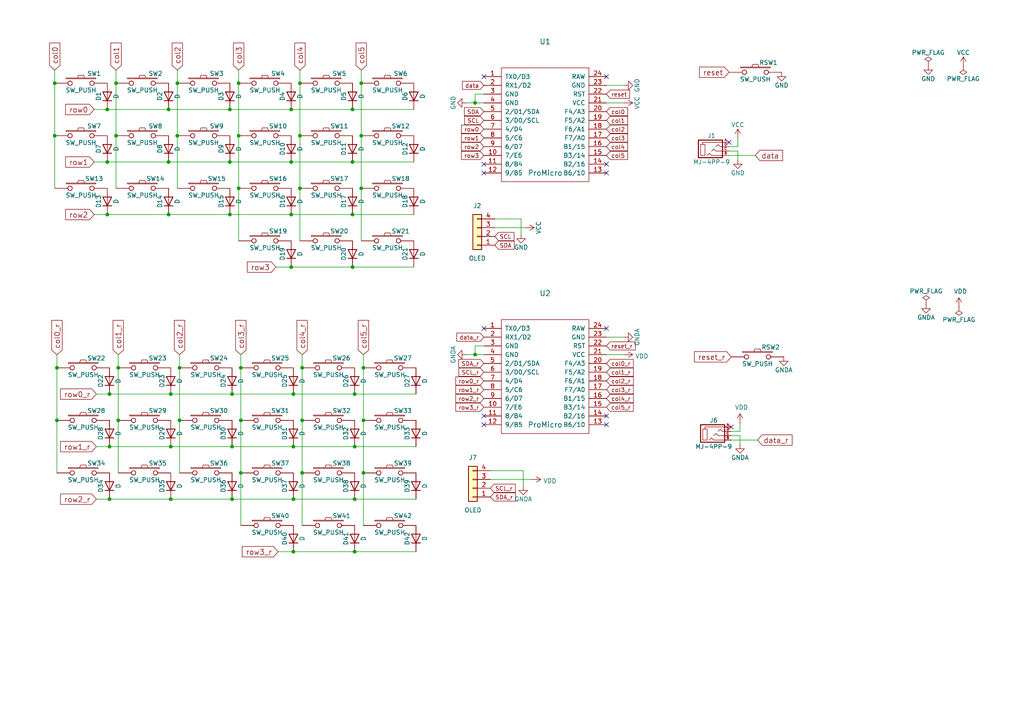
<source format=kicad_sch>
(kicad_sch (version 20230121) (generator eeschema)
  (paper "A4")
  (title_block (title "Corne Light") (date "2020-10-13") (rev "2.0") (company "foostan"))
  (lib_symbols
    (symbol "Connector_Generic:Conn_01x04" (pin_names (offset 1.016) hide)
      (property "Reference" "J" (at 0 5.08 0))
      (property "Value" "Conn_01x04" (at 0 -7.62 0))
      (symbol "Conn_01x04_1_1"
        (rectangle (start -1.27 -4.953) (end 0 -5.207) (stroke (width 0.1524)))
        (rectangle (start -1.27 -2.413) (end 0 -2.667) (stroke (width 0.1524)))
        (rectangle (start -1.27 0.127) (end 0 -0.127) (stroke (width 0.1524)))
        (rectangle (start -1.27 2.667) (end 0 2.413) (stroke (width 0.1524)))
        (rectangle (start -1.27 3.81) (end 1.27 -6.35) (stroke (width 0.254)) (fill (type background)))
        (pin passive line (at -5.08 2.54 0) (length 3.81) (name "Pin_1") (number "1"))
        (pin passive line (at -5.08 0 0) (length 3.81) (name "Pin_2") (number "2"))
        (pin passive line (at -5.08 -2.54 0) (length 3.81) (name "Pin_3") (number "3"))
        (pin passive line (at -5.08 -5.08 0) (length 3.81) (name "Pin_4") (number "4"))
      )
    )
    (symbol "Device:D" (pin_numbers hide) (pin_names (offset 1.016) hide)
      (property "Reference" "D" (at 0 2.54 0))
      (property "Value" "D" (at 0 -2.54 0))
      (symbol "D_0_1"
        (polyline (pts (xy -1.27 1.27) (xy -1.27 -1.27)) (stroke (width 0.254)))
        (polyline (pts (xy 1.27 0) (xy -1.27 0)))
        (polyline (pts (xy 1.27 1.27) (xy 1.27 -1.27) (xy -1.27 0) (xy 1.27 1.27)) (stroke (width 0.254)))
      )
      (symbol "D_1_1"
        (pin passive line (at -3.81 0 0) (length 2.54) (name "K") (number "1"))
        (pin passive line (at 3.81 0 180) (length 2.54) (name "A") (number "2"))
      )
    )
    (symbol "corne-light-rescue:MJ-4PP-9-kbd" (pin_names (offset 1.016))
      (property "Reference" "J" (at 0 3.81 0))
      (property "Value" "kbd_MJ-4PP-9" (at 0 -3.81 0))
      (symbol "MJ-4PP-9-kbd_0_1"
        (rectangle (start -1.905 -1.905) (end -3.175 1.27))
        (polyline (pts (xy -2.54 1.27) (xy -2.54 1.905) (xy 3.175 1.905)))
        (polyline (pts (xy -1.27 -1.905) (xy -0.635 -1.27) (xy 0 -1.905) (xy 3.175 -1.905)))
        (polyline (pts (xy 0 -0.635) (xy 0.635 0) (xy 1.27 -0.635) (xy 3.175 -0.635)))
        (polyline (pts (xy 1.27 0.635) (xy 1.905 1.27) (xy 2.54 0.635) (xy 3.175 0.635)))
        (rectangle (start 3.175 2.54) (end -3.81 -2.54) (stroke (width 0.3048)))
      )
      (symbol "MJ-4PP-9-kbd_1_1"
        (pin input line (at 5.08 1.905 180) (length 2.0066) (name "~") (number "A"))
        (pin input line (at 5.08 -1.905 180) (length 2.0066) (name "~") (number "B"))
        (pin input line (at 5.08 -0.635 180) (length 2.0066) (name "~") (number "C"))
        (pin input line (at 5.08 0.635 180) (length 2.0066) (name "~") (number "D"))
      )
    )
    (symbol "corne-light-rescue:ProMicro-kbd" (pin_names (offset 1.016))
      (property "Reference" "U" (at 0 19.05 0))
      (property "Value" "kbd_ProMicro" (at 0 -19.05 0))
      (symbol "ProMicro-kbd_0_1"
        (rectangle (start -12.7 16.51) (end 12.7 -16.51))
      )
      (symbol "ProMicro-kbd_1_1"
        (pin bidirectional line (at -17.78 13.97 0) (length 5.08) (name "TX0/D3") (number "1"))
        (pin bidirectional line (at -17.78 -8.89 0) (length 5.08) (name "7/E6") (number "10"))
        (pin bidirectional line (at -17.78 -11.43 0) (length 5.08) (name "8/B4") (number "11"))
        (pin bidirectional line (at -17.78 -13.97 0) (length 5.08) (name "9/B5") (number "12"))
        (pin bidirectional line (at 17.78 -13.97 180) (length 5.08) (name "B6/10") (number "13"))
        (pin bidirectional line (at 17.78 -11.43 180) (length 5.08) (name "B2/16") (number "14"))
        (pin bidirectional line (at 17.78 -8.89 180) (length 5.08) (name "B3/14") (number "15"))
        (pin bidirectional line (at 17.78 -6.35 180) (length 5.08) (name "B1/15") (number "16"))
        (pin bidirectional line (at 17.78 -3.81 180) (length 5.08) (name "F7/A0") (number "17"))
        (pin bidirectional line (at 17.78 -1.27 180) (length 5.08) (name "F6/A1") (number "18"))
        (pin bidirectional line (at 17.78 1.27 180) (length 5.08) (name "F5/A2") (number "19"))
        (pin bidirectional line (at -17.78 11.43 0) (length 5.08) (name "RX1/D2") (number "2"))
        (pin bidirectional line (at 17.78 3.81 180) (length 5.08) (name "F4/A3") (number "20"))
        (pin power_in line (at 17.78 6.35 180) (length 5.08) (name "VCC") (number "21"))
        (pin input line (at 17.78 8.89 180) (length 5.08) (name "RST") (number "22"))
        (pin power_in line (at 17.78 11.43 180) (length 5.08) (name "GND") (number "23"))
        (pin power_out line (at 17.78 13.97 180) (length 5.08) (name "RAW") (number "24"))
        (pin power_in line (at -17.78 8.89 0) (length 5.08) (name "GND") (number "3"))
        (pin power_in line (at -17.78 6.35 0) (length 5.08) (name "GND") (number "4"))
        (pin bidirectional line (at -17.78 3.81 0) (length 5.08) (name "2/D1/SDA") (number "5"))
        (pin bidirectional line (at -17.78 1.27 0) (length 5.08) (name "3/D0/SCL") (number "6"))
        (pin bidirectional line (at -17.78 -1.27 0) (length 5.08) (name "4/D4") (number "7"))
        (pin bidirectional line (at -17.78 -3.81 0) (length 5.08) (name "5/C6") (number "8"))
        (pin bidirectional line (at -17.78 -6.35 0) (length 5.08) (name "6/D7") (number "9"))
      )
    )
    (symbol "corne-light-rescue:SW_PUSH-kbd" (pin_numbers hide) (pin_names (offset 1.016) hide)
      (property "Reference" "SW" (at 3.81 2.794 0))
      (property "Value" "kbd_SW_PUSH" (at 0 -2.032 0))
      (symbol "SW_PUSH-kbd_0_1"
        (rectangle (start -4.318 1.27) (end 4.318 1.524))
        (polyline (pts (xy -1.016 1.524) (xy -0.762 2.286) (xy 0.762 2.286) (xy 1.016 1.524)))
        (pin passive inverted (at -7.62 0 0) (length 5.08) (name "1") (number "1"))
        (pin passive inverted (at 7.62 0 180) (length 5.08) (name "2") (number "2"))
      )
    )
    (symbol "power:GND" (power) (pin_names (offset 0))
      (property "Value" "GND" (at 0 -3.81 0))
      (symbol "GND_0_1"
        (polyline (pts (xy 0 0) (xy 0 -1.27) (xy 1.27 -1.27) (xy 0 -2.54) (xy -1.27 -1.27) (xy 0 -1.27)))
      )
      (symbol "GND_1_1"
        (pin power_in line (at 0 0 270) (length 0) hide (name "GND") (number "1"))
      )
    )
    (symbol "power:GNDA" (power) (pin_names (offset 0))
      (property "Value" "GNDA" (at 0 -3.81 0))
      (symbol "GNDA_0_1"
        (polyline (pts (xy 0 0) (xy 0 -1.27) (xy 1.27 -1.27) (xy 0 -2.54) (xy -1.27 -1.27) (xy 0 -1.27)))
      )
      (symbol "GNDA_1_1"
        (pin power_in line (at 0 0 270) (length 0) hide (name "GNDA") (number "1"))
      )
    )
    (symbol "power:PWR_FLAG" (power) (pin_numbers hide) (pin_names (offset 0) hide)
      (property "Value" "PWR_FLAG" (at 0 3.81 0))
      (symbol "PWR_FLAG_0_0"
        (pin power_out line (at 0 0 90) (length 0) (name "pwr") (number "1"))
      )
      (symbol "PWR_FLAG_0_1"
        (polyline (pts (xy 0 0) (xy 0 1.27) (xy -1.016 1.905) (xy 0 2.54) (xy 1.016 1.905) (xy 0 1.27)))
      )
    )
    (symbol "power:VCC" (power) (pin_names (offset 0))
      (property "Value" "VCC" (at 0 3.81 0))
      (symbol "VCC_0_1"
        (polyline (pts (xy -0.762 1.27) (xy 0 2.54)))
        (polyline (pts (xy 0 0) (xy 0 2.54)))
        (polyline (pts (xy 0 2.54) (xy 0.762 1.27)))
      )
      (symbol "VCC_1_1"
        (pin power_in line (at 0 0 90) (length 0) hide (name "VCC") (number "1"))
      )
    )
    (symbol "power:VDD" (power) (pin_names (offset 0))
      (property "Value" "VDD" (at 0 3.81 0))
      (symbol "VDD_0_1"
        (polyline (pts (xy -0.762 1.27) (xy 0 2.54)))
        (polyline (pts (xy 0 0) (xy 0 2.54)))
        (polyline (pts (xy 0 2.54) (xy 0.762 1.27)))
      )
      (symbol "VDD_1_1"
        (pin power_in line (at 0 0 90) (length 0) hide (name "VDD") (number "1"))
      )
    )
  )
  (junction (at 102.235 77.47))
  (junction (at 67.31 144.78))
  (junction (at 31.115 46.99))
  (junction (at 69.215 54.61))
  (junction (at 31.75 129.54))
  (junction (at 69.85 106.68))
  (junction (at 85.09 114.3))
  (junction (at 102.235 46.99))
  (junction (at 105.41 137.16))
  (junction (at 102.87 129.54))
  (junction (at 34.29 106.68))
  (junction (at 51.435 39.37))
  (junction (at 31.75 144.78))
  (junction (at 86.995 39.37))
  (junction (at 85.09 144.78))
  (junction (at 31.115 31.75))
  (junction (at 86.995 54.61))
  (junction (at 51.435 24.13))
  (junction (at 104.775 39.37))
  (junction (at 48.895 62.23))
  (junction (at 84.455 62.23))
  (junction (at 16.51 106.68))
  (junction (at 69.85 137.16))
  (junction (at 48.895 31.75))
  (junction (at 16.51 121.92))
  (junction (at 102.87 160.02))
  (junction (at 33.655 39.37))
  (junction (at 69.215 24.13))
  (junction (at 84.455 77.47))
  (junction (at 52.07 106.68))
  (junction (at 102.87 114.3))
  (junction (at 69.215 39.37))
  (junction (at 15.875 24.13))
  (junction (at 87.63 137.16))
  (junction (at 85.09 160.02))
  (junction (at 105.41 106.68))
  (junction (at 49.53 129.54))
  (junction (at 87.63 121.92))
  (junction (at 34.29 121.92))
  (junction (at 66.675 31.75))
  (junction (at 84.455 46.99))
  (junction (at 102.87 144.78))
  (junction (at 87.63 106.68))
  (junction (at 69.85 121.92))
  (junction (at 31.75 114.3))
  (junction (at 67.31 114.3))
  (junction (at 52.07 121.92))
  (junction (at 86.995 24.13))
  (junction (at 102.235 62.23))
  (junction (at 85.09 129.54))
  (junction (at 105.41 121.92))
  (junction (at 104.775 24.13))
  (junction (at 137.795 102.87))
  (junction (at 67.31 129.54))
  (junction (at 66.675 46.99))
  (junction (at 31.115 62.23))
  (junction (at 137.795 29.845))
  (junction (at 33.655 24.13))
  (junction (at 49.53 114.3))
  (junction (at 15.875 39.37))
  (junction (at 84.455 31.75))
  (junction (at 66.675 62.23))
  (junction (at 102.235 31.75))
  (junction (at 48.895 46.99))
  (junction (at 49.53 144.78))
  (junction (at 104.775 54.61))
  (no_connect (at 140.335 50.165))
  (no_connect (at 140.335 47.625))
  (no_connect (at 211.455 41.275))
  (no_connect (at 175.895 47.625))
  (no_connect (at 175.895 50.165))
  (no_connect (at 175.895 95.25))
  (no_connect (at 175.895 22.225))
  (no_connect (at 140.335 120.65))
  (no_connect (at 212.09 123.825))
  (no_connect (at 140.335 123.19))
  (no_connect (at 140.335 22.225))
  (no_connect (at 175.895 120.65))
  (no_connect (at 140.335 95.25))
  (no_connect (at 6.35 -20.955))
  (no_connect (at 175.895 123.19))
  (wire (pts (xy 16.51 121.92) (xy 16.51 137.16)))
  (wire (pts (xy 214.63 126.365) (xy 214.63 128.905)))
  (wire (pts (xy 31.115 31.75) (xy 48.895 31.75)))
  (wire (pts (xy 31.75 144.78) (xy 49.53 144.78)))
  (wire (pts (xy 33.655 24.13) (xy 33.655 39.37)))
  (wire (pts (xy 211.455 42.545) (xy 213.995 42.545)))
  (wire (pts (xy 86.995 20.32) (xy 86.995 24.13)))
  (wire (pts (xy 151.13 63.5) (xy 143.51 63.5)))
  (wire (pts (xy 15.875 24.13) (xy 15.875 39.37)))
  (wire (pts (xy 69.85 121.92) (xy 69.85 137.16)))
  (wire (pts (xy 34.29 106.68) (xy 34.29 121.92)))
  (wire (pts (xy 175.895 29.845) (xy 180.975 29.845)))
  (wire (pts (xy 51.435 39.37) (xy 51.435 54.61)))
  (wire (pts (xy 31.75 114.3) (xy 49.53 114.3)))
  (wire (pts (xy 135.255 102.87) (xy 137.795 102.87)))
  (wire (pts (xy 102.87 160.02) (xy 120.65 160.02)))
  (wire (pts (xy 48.895 46.99) (xy 66.675 46.99)))
  (wire (pts (xy 66.675 46.99) (xy 84.455 46.99)))
  (wire (pts (xy 85.09 144.78) (xy 102.87 144.78)))
  (wire (pts (xy 175.895 24.765) (xy 180.975 24.765)))
  (wire (pts (xy 69.215 24.13) (xy 69.215 39.37)))
  (wire (pts (xy 87.63 106.68) (xy 87.63 121.92)))
  (wire (pts (xy 84.455 31.75) (xy 102.235 31.75)))
  (wire (pts (xy 34.29 121.92) (xy 34.29 137.16)))
  (wire (pts (xy 69.215 20.32) (xy 69.215 24.13)))
  (wire (pts (xy 135.255 29.845) (xy 137.795 29.845)))
  (wire (pts (xy 102.235 62.23) (xy 120.015 62.23)))
  (wire (pts (xy 213.995 42.545) (xy 213.995 40.005)))
  (wire (pts (xy 51.435 24.13) (xy 51.435 39.37)))
  (wire (pts (xy 105.41 106.68) (xy 105.41 121.92)))
  (wire (pts (xy 102.235 46.99) (xy 120.015 46.99)))
  (wire (pts (xy 85.09 129.54) (xy 102.87 129.54)))
  (wire (pts (xy 27.94 129.54) (xy 31.75 129.54)))
  (wire (pts (xy 16.51 102.87) (xy 16.51 106.68)))
  (wire (pts (xy 84.455 46.99) (xy 102.235 46.99)))
  (wire (pts (xy 87.63 121.92) (xy 87.63 137.16)))
  (wire (pts (xy 175.895 97.79) (xy 180.975 97.79)))
  (wire (pts (xy 52.07 106.68) (xy 52.07 121.92)))
  (wire (pts (xy 86.995 24.13) (xy 86.995 39.37)))
  (wire (pts (xy 104.775 39.37) (xy 104.775 54.61)))
  (wire (pts (xy 151.765 136.525) (xy 151.765 140.97)))
  (wire (pts (xy 85.09 160.02) (xy 102.87 160.02)))
  (wire (pts (xy 140.335 100.33) (xy 137.795 100.33)))
  (wire (pts (xy 52.07 121.92) (xy 52.07 137.16)))
  (wire (pts (xy 151.13 67.945) (xy 151.13 63.5)))
  (wire (pts (xy 69.215 39.37) (xy 69.215 54.61)))
  (wire (pts (xy 102.87 114.3) (xy 120.65 114.3)))
  (wire (pts (xy 31.115 62.23) (xy 48.895 62.23)))
  (wire (pts (xy 104.775 20.32) (xy 104.775 24.13)))
  (wire (pts (xy 102.235 77.47) (xy 120.015 77.47)))
  (wire (pts (xy 27.94 114.3) (xy 31.75 114.3)))
  (wire (pts (xy 69.85 102.87) (xy 69.85 106.68)))
  (wire (pts (xy 34.29 102.87) (xy 34.29 106.68)))
  (wire (pts (xy 69.85 137.16) (xy 69.85 152.4)))
  (wire (pts (xy 16.51 106.68) (xy 16.51 121.92)))
  (wire (pts (xy 86.995 54.61) (xy 86.995 69.85)))
  (wire (pts (xy 214.63 125.095) (xy 214.63 122.555)))
  (wire (pts (xy 51.435 20.32) (xy 51.435 24.13)))
  (wire (pts (xy 80.645 160.02) (xy 85.09 160.02)))
  (wire (pts (xy 212.09 126.365) (xy 214.63 126.365)))
  (wire (pts (xy 102.87 144.78) (xy 120.65 144.78)))
  (wire (pts (xy 213.995 43.815) (xy 213.995 46.355)))
  (wire (pts (xy 85.09 114.3) (xy 102.87 114.3)))
  (wire (pts (xy 102.235 31.75) (xy 120.015 31.75)))
  (wire (pts (xy 137.795 29.845) (xy 140.335 29.845)))
  (wire (pts (xy 52.07 102.87) (xy 52.07 106.68)))
  (wire (pts (xy 15.875 39.37) (xy 15.875 54.61)))
  (wire (pts (xy 175.895 102.87) (xy 180.975 102.87)))
  (wire (pts (xy 27.94 144.78) (xy 31.75 144.78)))
  (wire (pts (xy 104.775 54.61) (xy 104.775 69.85)))
  (wire (pts (xy 84.455 62.23) (xy 102.235 62.23)))
  (wire (pts (xy 104.775 24.13) (xy 104.775 39.37)))
  (wire (pts (xy 67.31 114.3) (xy 85.09 114.3)))
  (wire (pts (xy 105.41 102.87) (xy 105.41 106.68)))
  (wire (pts (xy 143.51 66.04) (xy 152.4 66.04)))
  (wire (pts (xy 102.87 129.54) (xy 120.65 129.54)))
  (wire (pts (xy 211.455 45.085) (xy 219.075 45.085)))
  (wire (pts (xy 27.305 31.75) (xy 31.115 31.75)))
  (wire (pts (xy 69.85 106.68) (xy 69.85 121.92)))
  (wire (pts (xy 49.53 144.78) (xy 67.31 144.78)))
  (wire (pts (xy 67.31 129.54) (xy 85.09 129.54)))
  (wire (pts (xy 212.09 125.095) (xy 214.63 125.095)))
  (wire (pts (xy 31.115 46.99) (xy 48.895 46.99)))
  (wire (pts (xy 137.795 100.33) (xy 137.795 102.87)))
  (wire (pts (xy 66.675 62.23) (xy 84.455 62.23)))
  (wire (pts (xy 49.53 129.54) (xy 67.31 129.54)))
  (wire (pts (xy 137.795 27.305) (xy 137.795 29.845)))
  (wire (pts (xy 140.335 27.305) (xy 137.795 27.305)))
  (wire (pts (xy 84.455 77.47) (xy 102.235 77.47)))
  (wire (pts (xy 48.895 31.75) (xy 66.675 31.75)))
  (wire (pts (xy 137.795 102.87) (xy 140.335 102.87)))
  (wire (pts (xy 33.655 39.37) (xy 33.655 54.61)))
  (wire (pts (xy 69.215 54.61) (xy 69.215 69.85)))
  (wire (pts (xy 86.995 39.37) (xy 86.995 54.61)))
  (wire (pts (xy 142.24 136.525) (xy 151.765 136.525)))
  (wire (pts (xy 33.655 20.32) (xy 33.655 24.13)))
  (wire (pts (xy 49.53 114.3) (xy 67.31 114.3)))
  (wire (pts (xy 48.895 62.23) (xy 66.675 62.23)))
  (wire (pts (xy 212.09 127.635) (xy 219.71 127.635)))
  (wire (pts (xy 27.305 46.99) (xy 31.115 46.99)))
  (wire (pts (xy 105.41 121.92) (xy 105.41 137.16)))
  (wire (pts (xy 105.41 137.16) (xy 105.41 152.4)))
  (wire (pts (xy 142.24 139.065) (xy 154.305 139.065)))
  (wire (pts (xy 87.63 102.87) (xy 87.63 106.68)))
  (wire (pts (xy 31.75 129.54) (xy 49.53 129.54)))
  (wire (pts (xy 87.63 137.16) (xy 87.63 152.4)))
  (wire (pts (xy 15.875 20.32) (xy 15.875 24.13)))
  (wire (pts (xy 66.675 31.75) (xy 84.455 31.75)))
  (wire (pts (xy 211.455 43.815) (xy 213.995 43.815)))
  (wire (pts (xy 27.305 62.23) (xy 31.115 62.23)))
  (wire (pts (xy 80.01 77.47) (xy 84.455 77.47)))
  (wire (pts (xy 67.31 144.78) (xy 85.09 144.78)))
  (global_label "col4_r" (shape input) (at 175.895 115.57 0) (effects (font (size 1.1938 1.1938))) (property "Intersheetrefs" "${INTERSHEET_REFS}" (effects hide)))
  (global_label "col2_r" (shape input) (at 175.895 110.49 0) (effects (font (size 1.1938 1.1938))) (property "Intersheetrefs" "${INTERSHEET_REFS}" (effects hide)))
  (global_label "col3" (shape input) (at 175.895 40.005 0) (effects (font (size 1.1938 1.1938))) (property "Intersheetrefs" "${INTERSHEET_REFS}" (effects hide)))
  (global_label "row1_r" (shape input) (at 140.335 113.03 180) (effects (font (size 1.1938 1.1938))) (property "Intersheetrefs" "${INTERSHEET_REFS}" (effects hide)))
  (global_label "col2" (shape input) (at 51.435 20.32 90) (effects (font (size 1.524 1.524))) (property "Intersheetrefs" "${INTERSHEET_REFS}" (effects hide)))
  (global_label "col0" (shape input) (at 175.895 32.385 0) (effects (font (size 1.1938 1.1938))) (property "Intersheetrefs" "${INTERSHEET_REFS}" (effects hide)))
  (global_label "SCL" (shape input) (at 140.335 34.925 180) (effects (font (size 1.1938 1.1938))) (property "Intersheetrefs" "${INTERSHEET_REFS}" (effects hide)))
  (global_label "data_r" (shape input) (at 219.71 127.635 0) (effects (font (size 1.524 1.524))) (property "Intersheetrefs" "${INTERSHEET_REFS}" (effects hide)))
  (global_label "col5_r" (shape input) (at 175.895 118.11 0) (effects (font (size 1.1938 1.1938))) (property "Intersheetrefs" "${INTERSHEET_REFS}" (effects hide)))
  (global_label "col5" (shape input) (at 104.775 20.32 90) (effects (font (size 1.524 1.524))) (property "Intersheetrefs" "${INTERSHEET_REFS}" (effects hide)))
  (global_label "row3" (shape input) (at 80.01 77.47 180) (effects (font (size 1.524 1.524))) (property "Intersheetrefs" "${INTERSHEET_REFS}" (effects hide)))
  (global_label "col2_r" (shape input) (at 52.07 102.87 90) (effects (font (size 1.524 1.524))) (property "Intersheetrefs" "${INTERSHEET_REFS}" (effects hide)))
  (global_label "col4" (shape input) (at 175.895 42.545 0) (effects (font (size 1.1938 1.1938))) (property "Intersheetrefs" "${INTERSHEET_REFS}" (effects hide)))
  (global_label "col4" (shape input) (at 86.995 20.32 90) (effects (font (size 1.524 1.524))) (property "Intersheetrefs" "${INTERSHEET_REFS}" (effects hide)))
  (global_label "col1" (shape input) (at 175.895 34.925 0) (effects (font (size 1.1938 1.1938))) (property "Intersheetrefs" "${INTERSHEET_REFS}" (effects hide)))
  (global_label "col1_r" (shape input) (at 175.895 107.95 0) (effects (font (size 1.1938 1.1938))) (property "Intersheetrefs" "${INTERSHEET_REFS}" (effects hide)))
  (global_label "reset_r" (shape input) (at 212.09 103.505 180) (effects (font (size 1.524 1.524))) (property "Intersheetrefs" "${INTERSHEET_REFS}" (effects hide)))
  (global_label "reset_r" (shape input) (at 175.895 100.33 0) (effects (font (size 1.1938 1.1938))) (property "Intersheetrefs" "${INTERSHEET_REFS}" (effects hide)))
  (global_label "col5_r" (shape input) (at 105.41 102.87 90) (effects (font (size 1.524 1.524))) (property "Intersheetrefs" "${INTERSHEET_REFS}" (effects hide)))
  (global_label "col3_r" (shape input) (at 175.895 113.03 0) (effects (font (size 1.1938 1.1938))) (property "Intersheetrefs" "${INTERSHEET_REFS}" (effects hide)))
  (global_label "data" (shape input) (at 140.335 24.765 180) (effects (font (size 1.1938 1.1938))) (property "Intersheetrefs" "${INTERSHEET_REFS}" (effects hide)))
  (global_label "col4_r" (shape input) (at 87.63 102.87 90) (effects (font (size 1.524 1.524))) (property "Intersheetrefs" "${INTERSHEET_REFS}" (effects hide)))
  (global_label "col1_r" (shape input) (at 34.29 102.87 90) (effects (font (size 1.524 1.524))) (property "Intersheetrefs" "${INTERSHEET_REFS}" (effects hide)))
  (global_label "data" (shape input) (at 219.075 45.085 0) (effects (font (size 1.524 1.524))) (property "Intersheetrefs" "${INTERSHEET_REFS}" (effects hide)))
  (global_label "SDA_r" (shape input) (at 140.335 105.41 180) (effects (font (size 1.1938 1.1938))) (property "Intersheetrefs" "${INTERSHEET_REFS}" (effects hide)))
  (global_label "col0" (shape input) (at 15.875 20.32 90) (effects (font (size 1.524 1.524))) (property "Intersheetrefs" "${INTERSHEET_REFS}" (effects hide)))
  (global_label "row2_r" (shape input) (at 140.335 115.57 180) (effects (font (size 1.1938 1.1938))) (property "Intersheetrefs" "${INTERSHEET_REFS}" (effects hide)))
  (global_label "row0_r" (shape input) (at 27.94 114.3 180) (effects (font (size 1.524 1.524))) (property "Intersheetrefs" "${INTERSHEET_REFS}" (effects hide)))
  (global_label "row0" (shape input) (at 27.305 31.75 180) (effects (font (size 1.524 1.524))) (property "Intersheetrefs" "${INTERSHEET_REFS}" (effects hide)))
  (global_label "col3_r" (shape input) (at 69.85 102.87 90) (effects (font (size 1.524 1.524))) (property "Intersheetrefs" "${INTERSHEET_REFS}" (effects hide)))
  (global_label "data_r" (shape input) (at 140.335 97.79 180) (effects (font (size 1.1938 1.1938))) (property "Intersheetrefs" "${INTERSHEET_REFS}" (effects hide)))
  (global_label "row3" (shape input) (at 140.335 45.085 180) (effects (font (size 1.1938 1.1938))) (property "Intersheetrefs" "${INTERSHEET_REFS}" (effects hide)))
  (global_label "col2" (shape input) (at 175.895 37.465 0) (effects (font (size 1.1938 1.1938))) (property "Intersheetrefs" "${INTERSHEET_REFS}" (effects hide)))
  (global_label "row1" (shape input) (at 140.335 40.005 180) (effects (font (size 1.1938 1.1938))) (property "Intersheetrefs" "${INTERSHEET_REFS}" (effects hide)))
  (global_label "col1" (shape input) (at 33.655 20.32 90) (effects (font (size 1.524 1.524))) (property "Intersheetrefs" "${INTERSHEET_REFS}" (effects hide)))
  (global_label "col0_r" (shape input) (at 175.895 105.41 0) (effects (font (size 1.1938 1.1938))) (property "Intersheetrefs" "${INTERSHEET_REFS}" (effects hide)))
  (global_label "reset" (shape input) (at 175.895 27.305 0) (effects (font (size 1.1938 1.1938))) (property "Intersheetrefs" "${INTERSHEET_REFS}" (effects hide)))
  (global_label "SCL_r" (shape input) (at 140.335 107.95 180) (effects (font (size 1.1938 1.1938))) (property "Intersheetrefs" "${INTERSHEET_REFS}" (effects hide)))
  (global_label "row0" (shape input) (at 140.335 37.465 180) (effects (font (size 1.1938 1.1938))) (property "Intersheetrefs" "${INTERSHEET_REFS}" (effects hide)))
  (global_label "SDA_r" (shape input) (at 142.24 144.145 0) (effects (font (size 1.1938 1.1938))) (property "Intersheetrefs" "${INTERSHEET_REFS}" (effects hide)))
  (global_label "SCL_r" (shape input) (at 142.24 141.605 0) (effects (font (size 1.1938 1.1938))) (property "Intersheetrefs" "${INTERSHEET_REFS}" (effects hide)))
  (global_label "row3_r" (shape input) (at 140.335 118.11 180) (effects (font (size 1.1938 1.1938))) (property "Intersheetrefs" "${INTERSHEET_REFS}" (effects hide)))
  (global_label "row1_r" (shape input) (at 27.94 129.54 180) (effects (font (size 1.524 1.524))) (property "Intersheetrefs" "${INTERSHEET_REFS}" (effects hide)))
  (global_label "SDA" (shape input) (at 143.51 71.12 0) (effects (font (size 1.1938 1.1938))) (property "Intersheetrefs" "${INTERSHEET_REFS}" (effects hide)))
  (global_label "row3_r" (shape input) (at 80.645 160.02 180) (effects (font (size 1.524 1.524))) (property "Intersheetrefs" "${INTERSHEET_REFS}" (effects hide)))
  (global_label "row2" (shape input) (at 140.335 42.545 180) (effects (font (size 1.1938 1.1938))) (property "Intersheetrefs" "${INTERSHEET_REFS}" (effects hide)))
  (global_label "row0_r" (shape input) (at 140.335 110.49 180) (effects (font (size 1.1938 1.1938))) (property "Intersheetrefs" "${INTERSHEET_REFS}" (effects hide)))
  (global_label "col5" (shape input) (at 175.895 45.085 0) (effects (font (size 1.1938 1.1938))) (property "Intersheetrefs" "${INTERSHEET_REFS}" (effects hide)))
  (global_label "row2" (shape input) (at 27.305 62.23 180) (effects (font (size 1.524 1.524))) (property "Intersheetrefs" "${INTERSHEET_REFS}" (effects hide)))
  (global_label "SDA" (shape input) (at 140.335 32.385 180) (effects (font (size 1.1938 1.1938))) (property "Intersheetrefs" "${INTERSHEET_REFS}" (effects hide)))
  (global_label "SCL" (shape input) (at 143.51 68.58 0) (effects (font (size 1.1938 1.1938))) (property "Intersheetrefs" "${INTERSHEET_REFS}" (effects hide)))
  (global_label "row1" (shape input) (at 27.305 46.99 180) (effects (font (size 1.524 1.524))) (property "Intersheetrefs" "${INTERSHEET_REFS}" (effects hide)))
  (global_label "col0_r" (shape input) (at 16.51 102.87 90) (effects (font (size 1.524 1.524))) (property "Intersheetrefs" "${INTERSHEET_REFS}" (effects hide)))
  (global_label "row2_r" (shape input) (at 27.94 144.78 180) (effects (font (size 1.524 1.524))) (property "Intersheetrefs" "${INTERSHEET_REFS}" (effects hide)))
  (global_label "col3" (shape input) (at 69.215 20.32 90) (effects (font (size 1.524 1.524))) (property "Intersheetrefs" "${INTERSHEET_REFS}" (effects hide)))
  (global_label "reset" (shape input) (at 211.455 20.955 180) (effects (font (size 1.524 1.524))) (property "Intersheetrefs" "${INTERSHEET_REFS}" (effects hide)))
  (symbol (lib_id "corne-light-rescue:ProMicro-kbd") (at 158.115 36.195 0) (unit 1)
    (property "Reference" "U1" (at 158.115 12.065 0) (effects (font (size 1.524 1.524))))
    (property "Value" "ProMicro" (at 158.115 50.165 0) (effects (font (size 1.524 1.524))))
    (property "Footprint" "kbd:ProMicro_v3" (effects hide))
  )
  (symbol (lib_id "corne-light-rescue:SW_PUSH-kbd") (at 41.275 24.13 0) (unit 1)
    (property "Reference" "SW2" (at 45.085 21.336 0))
    (property "Value" "SW_PUSH" (at 41.275 26.162 0))
    (property "Footprint" "kbd:CherryMX_ChocV2_1u" (effects hide))
  )
  (symbol (lib_id "Device:D") (at 48.895 27.94 90) (unit 1)
    (property "Reference" "D2" (at 46.355 27.94 0))
    (property "Value" "D" (at 51.435 27.94 0))
    (property "Footprint" "kbd:D3_TH" (effects hide))
  )
  (symbol (lib_id "corne-light-rescue:SW_PUSH-kbd") (at 59.055 24.13 0) (unit 1)
    (property "Reference" "SW3" (at 62.865 21.336 0))
    (property "Value" "SW_PUSH" (at 59.055 26.162 0))
    (property "Footprint" "kbd:CherryMX_ChocV2_1u" (effects hide))
  )
  (symbol (lib_id "Device:D") (at 66.675 27.94 90) (unit 1)
    (property "Reference" "D3" (at 64.135 27.94 0))
    (property "Value" "D" (at 69.215 27.94 0))
    (property "Footprint" "kbd:D3_TH" (effects hide))
  )
  (symbol (lib_id "corne-light-rescue:SW_PUSH-kbd") (at 76.835 24.13 0) (unit 1)
    (property "Reference" "SW4" (at 80.645 21.336 0))
    (property "Value" "SW_PUSH" (at 76.835 26.162 0))
    (property "Footprint" "kbd:CherryMX_ChocV2_1u" (effects hide))
  )
  (symbol (lib_id "corne-light-rescue:SW_PUSH-kbd") (at 94.615 24.13 0) (unit 1)
    (property "Reference" "SW5" (at 98.425 21.336 0))
    (property "Value" "SW_PUSH" (at 94.615 26.162 0))
    (property "Footprint" "kbd:CherryMX_ChocV2_1u" (effects hide))
  )
  (symbol (lib_id "corne-light-rescue:SW_PUSH-kbd") (at 112.395 24.13 0) (unit 1)
    (property "Reference" "SW6" (at 116.205 21.336 0))
    (property "Value" "SW_PUSH" (at 112.395 26.162 0))
    (property "Footprint" "kbd:CherryMX_ChocV2_1u" (effects hide))
  )
  (symbol (lib_id "Device:D") (at 84.455 27.94 90) (unit 1)
    (property "Reference" "D4" (at 81.915 27.94 0))
    (property "Value" "D" (at 86.995 27.94 0))
    (property "Footprint" "kbd:D3_TH" (effects hide))
  )
  (symbol (lib_id "Device:D") (at 102.235 27.94 90) (unit 1)
    (property "Reference" "D5" (at 99.695 27.94 0))
    (property "Value" "D" (at 104.775 27.94 0))
    (property "Footprint" "kbd:D3_TH" (effects hide))
  )
  (symbol (lib_id "Device:D") (at 120.015 27.94 90) (unit 1)
    (property "Reference" "D6" (at 117.475 27.94 0))
    (property "Value" "D" (at 122.555 27.94 0))
    (property "Footprint" "kbd:D3_TH" (effects hide))
  )
  (symbol (lib_id "corne-light-rescue:SW_PUSH-kbd") (at 23.495 24.13 0) (unit 1)
    (property "Reference" "SW1" (at 27.305 21.336 0))
    (property "Value" "SW_PUSH" (at 23.495 26.162 0))
    (property "Footprint" "kbd:CherryMX_ChocV2_1u" (effects hide))
  )
  (symbol (lib_id "Device:D") (at 31.115 27.94 90) (unit 1)
    (property "Reference" "D1" (at 28.575 27.94 0))
    (property "Value" "D" (at 33.655 27.94 0))
    (property "Footprint" "kbd:D3_TH" (effects hide))
  )
  (symbol (lib_id "corne-light-rescue:SW_PUSH-kbd") (at 41.275 39.37 0) (unit 1)
    (property "Reference" "SW8" (at 45.085 36.576 0))
    (property "Value" "SW_PUSH" (at 41.275 41.402 0))
    (property "Footprint" "kbd:CherryMX_ChocV2_1u" (effects hide))
  )
  (symbol (lib_id "Device:D") (at 48.895 43.18 90) (unit 1)
    (property "Reference" "D8" (at 46.355 43.18 0))
    (property "Value" "D" (at 51.435 43.18 0))
    (property "Footprint" "kbd:D3_TH" (effects hide))
  )
  (symbol (lib_id "corne-light-rescue:SW_PUSH-kbd") (at 59.055 39.37 0) (unit 1)
    (property "Reference" "SW9" (at 62.865 36.576 0))
    (property "Value" "SW_PUSH" (at 59.055 41.402 0))
    (property "Footprint" "kbd:CherryMX_ChocV2_1u" (effects hide))
  )
  (symbol (lib_id "Device:D") (at 66.675 43.18 90) (unit 1)
    (property "Reference" "D9" (at 64.135 43.18 0))
    (property "Value" "D" (at 69.215 43.18 0))
    (property "Footprint" "kbd:D3_TH" (effects hide))
  )
  (symbol (lib_id "corne-light-rescue:SW_PUSH-kbd") (at 76.835 39.37 0) (unit 1)
    (property "Reference" "SW10" (at 80.645 36.576 0))
    (property "Value" "SW_PUSH" (at 76.835 41.402 0))
    (property "Footprint" "kbd:CherryMX_ChocV2_1u" (effects hide))
  )
  (symbol (lib_id "corne-light-rescue:SW_PUSH-kbd") (at 94.615 39.37 0) (unit 1)
    (property "Reference" "SW11" (at 98.425 36.576 0))
    (property "Value" "SW_PUSH" (at 94.615 41.402 0))
    (property "Footprint" "kbd:CherryMX_ChocV2_1u" (effects hide))
  )
  (symbol (lib_id "corne-light-rescue:SW_PUSH-kbd") (at 112.395 39.37 0) (unit 1)
    (property "Reference" "SW12" (at 116.205 36.576 0))
    (property "Value" "SW_PUSH" (at 112.395 41.402 0))
    (property "Footprint" "kbd:CherryMX_ChocV2_1u" (effects hide))
  )
  (symbol (lib_id "Device:D") (at 84.455 43.18 90) (unit 1)
    (property "Reference" "D10" (at 81.915 43.18 0))
    (property "Value" "D" (at 86.995 43.18 0))
    (property "Footprint" "kbd:D3_TH" (effects hide))
  )
  (symbol (lib_id "Device:D") (at 102.235 43.18 90) (unit 1)
    (property "Reference" "D11" (at 99.695 43.18 0))
    (property "Value" "D" (at 104.775 43.18 0))
    (property "Footprint" "kbd:D3_TH" (effects hide))
  )
  (symbol (lib_id "Device:D") (at 120.015 43.18 90) (unit 1)
    (property "Reference" "D12" (at 117.475 43.18 0))
    (property "Value" "D" (at 122.555 43.18 0))
    (property "Footprint" "kbd:D3_TH" (effects hide))
  )
  (symbol (lib_id "corne-light-rescue:SW_PUSH-kbd") (at 23.495 39.37 0) (unit 1)
    (property "Reference" "SW7" (at 27.305 36.576 0))
    (property "Value" "SW_PUSH" (at 23.495 41.402 0))
    (property "Footprint" "kbd:CherryMX_ChocV2_1u" (effects hide))
  )
  (symbol (lib_id "Device:D") (at 31.115 43.18 90) (unit 1)
    (property "Reference" "D7" (at 28.575 43.18 0))
    (property "Value" "D" (at 33.655 43.18 0))
    (property "Footprint" "kbd:D3_TH" (effects hide))
  )
  (symbol (lib_id "corne-light-rescue:SW_PUSH-kbd") (at 41.275 54.61 0) (unit 1)
    (property "Reference" "SW14" (at 45.085 51.816 0))
    (property "Value" "SW_PUSH" (at 41.275 56.642 0))
    (property "Footprint" "kbd:CherryMX_ChocV2_1u" (effects hide))
  )
  (symbol (lib_id "Device:D") (at 48.895 58.42 90) (unit 1)
    (property "Reference" "D14" (at 46.355 58.42 0))
    (property "Value" "D" (at 51.435 58.42 0))
    (property "Footprint" "kbd:D3_TH" (effects hide))
  )
  (symbol (lib_id "corne-light-rescue:SW_PUSH-kbd") (at 59.055 54.61 0) (unit 1)
    (property "Reference" "SW15" (at 62.865 51.816 0))
    (property "Value" "SW_PUSH" (at 59.055 56.642 0))
    (property "Footprint" "kbd:CherryMX_ChocV2_1u" (effects hide))
  )
  (symbol (lib_id "Device:D") (at 66.675 58.42 90) (unit 1)
    (property "Reference" "D15" (at 64.135 58.42 0))
    (property "Value" "D" (at 69.215 58.42 0))
    (property "Footprint" "kbd:D3_TH" (effects hide))
  )
  (symbol (lib_id "corne-light-rescue:SW_PUSH-kbd") (at 76.835 54.61 0) (unit 1)
    (property "Reference" "SW16" (at 80.645 51.816 0))
    (property "Value" "SW_PUSH" (at 76.835 56.642 0))
    (property "Footprint" "kbd:CherryMX_ChocV2_1u" (effects hide))
  )
  (symbol (lib_id "corne-light-rescue:SW_PUSH-kbd") (at 94.615 54.61 0) (unit 1)
    (property "Reference" "SW17" (at 98.425 51.816 0))
    (property "Value" "SW_PUSH" (at 94.615 56.642 0))
    (property "Footprint" "kbd:CherryMX_ChocV2_1u" (effects hide))
  )
  (symbol (lib_id "corne-light-rescue:SW_PUSH-kbd") (at 112.395 54.61 0) (unit 1)
    (property "Reference" "SW18" (at 116.205 51.816 0))
    (property "Value" "SW_PUSH" (at 112.395 56.642 0))
    (property "Footprint" "kbd:CherryMX_ChocV2_1u" (effects hide))
  )
  (symbol (lib_id "Device:D") (at 84.455 58.42 90) (unit 1)
    (property "Reference" "D16" (at 81.915 58.42 0))
    (property "Value" "D" (at 86.995 58.42 0))
    (property "Footprint" "kbd:D3_TH" (effects hide))
  )
  (symbol (lib_id "Device:D") (at 102.235 58.42 90) (unit 1)
    (property "Reference" "D17" (at 99.695 58.42 0))
    (property "Value" "D" (at 104.775 58.42 0))
    (property "Footprint" "kbd:D3_TH" (effects hide))
  )
  (symbol (lib_id "Device:D") (at 120.015 58.42 90) (unit 1)
    (property "Reference" "D18" (at 117.475 58.42 0))
    (property "Value" "D" (at 122.555 58.42 0))
    (property "Footprint" "kbd:D3_TH" (effects hide))
  )
  (symbol (lib_id "corne-light-rescue:SW_PUSH-kbd") (at 23.495 54.61 0) (unit 1)
    (property "Reference" "SW13" (at 27.305 51.816 0))
    (property "Value" "SW_PUSH" (at 23.495 56.642 0))
    (property "Footprint" "kbd:CherryMX_ChocV2_1u" (effects hide))
  )
  (symbol (lib_id "Device:D") (at 31.115 58.42 90) (unit 1)
    (property "Reference" "D13" (at 28.575 58.42 0))
    (property "Value" "D" (at 33.655 58.42 0))
    (property "Footprint" "kbd:D3_TH" (effects hide))
  )
  (symbol (lib_id "corne-light-rescue:SW_PUSH-kbd") (at 94.615 69.85 0) (unit 1)
    (property "Reference" "SW20" (at 98.425 67.056 0))
    (property "Value" "SW_PUSH" (at 94.615 71.882 0))
    (property "Footprint" "kbd:CherryMX_ChocV2_1u" (effects hide))
  )
  (symbol (lib_id "Device:D") (at 102.235 73.66 90) (unit 1)
    (property "Reference" "D20" (at 99.695 73.66 0))
    (property "Value" "D" (at 104.775 73.66 0))
    (property "Footprint" "kbd:D3_TH" (effects hide))
  )
  (symbol (lib_id "corne-light-rescue:SW_PUSH-kbd") (at 112.395 69.85 0) (unit 1)
    (property "Reference" "SW21" (at 116.205 67.056 0))
    (property "Value" "SW_PUSH" (at 112.395 71.882 0))
    (property "Footprint" "kbd:CherryMX_ChocV2_1.5u" (effects hide))
  )
  (symbol (lib_id "Device:D") (at 120.015 73.66 90) (unit 1)
    (property "Reference" "D21" (at 117.475 73.66 0))
    (property "Value" "D" (at 122.555 73.66 0))
    (property "Footprint" "kbd:D3_TH" (effects hide))
  )
  (symbol (lib_id "corne-light-rescue:SW_PUSH-kbd") (at 76.835 69.85 0) (unit 1)
    (property "Reference" "SW19" (at 80.645 67.056 0))
    (property "Value" "SW_PUSH" (at 76.835 71.882 0))
    (property "Footprint" "kbd:CherryMX_ChocV2_1u" (effects hide))
  )
  (symbol (lib_id "Device:D") (at 84.455 73.66 90) (unit 1)
    (property "Reference" "D19" (at 81.915 73.66 0))
    (property "Value" "D" (at 86.995 73.66 0))
    (property "Footprint" "kbd:D3_TH" (effects hide))
  )
  (symbol (lib_id "power:GND") (at 180.975 24.765 90) (unit 1)
    (property "Reference" "#PWR03" (effects hide))
    (property "Value" "GND" (at 184.785 24.765 0))
  )
  (symbol (lib_id "power:VCC") (at 180.975 29.845 270) (unit 1)
    (property "Reference" "#PWR05" (effects hide))
    (property "Value" "VCC" (at 184.785 29.845 0))
  )
  (symbol (lib_id "power:GND") (at 135.255 29.845 270) (unit 1)
    (property "Reference" "#PWR04" (effects hide))
    (property "Value" "GND" (at 131.445 29.845 0))
  )
  (symbol (lib_id "power:GND") (at 269.24 19.05 0) (unit 1)
    (property "Reference" "#PWR01" (effects hide))
    (property "Value" "GND" (at 269.24 22.86 0))
  )
  (symbol (lib_id "power:VCC") (at 279.4 19.05 0) (unit 1)
    (property "Reference" "#PWR02" (effects hide))
    (property "Value" "VCC" (at 279.4 15.24 0))
  )
  (symbol (lib_id "power:PWR_FLAG") (at 279.4 19.05 180) (unit 1)
    (property "Reference" "#FLG02" (effects hide))
    (property "Value" "PWR_FLAG" (at 279.4 22.86 0))
  )
  (symbol (lib_id "power:PWR_FLAG") (at 269.24 19.05 0) (unit 1)
    (property "Reference" "#FLG01" (effects hide))
    (property "Value" "PWR_FLAG" (at 269.24 15.24 0))
  )
  (symbol (lib_id "corne-light-rescue:SW_PUSH-kbd") (at 219.075 20.955 0) (unit 1)
    (property "Reference" "RSW1" (at 222.885 18.161 0))
    (property "Value" "SW_PUSH" (at 219.075 22.987 0))
    (property "Footprint" "kbd:ResetSW_1side" (effects hide))
  )
  (symbol (lib_id "power:GND") (at 226.695 20.955 0) (unit 1)
    (property "Reference" "#PWR07" (effects hide))
    (property "Value" "GND" (at 226.695 24.765 0))
  )
  (symbol (lib_id "power:VCC") (at 213.995 40.005 0) (unit 1)
    (property "Reference" "#PWR06" (effects hide))
    (property "Value" "VCC" (at 213.995 36.195 0))
  )
  (symbol (lib_id "power:GND") (at 213.995 46.355 0) (unit 1)
    (property "Reference" "#PWR08" (effects hide))
    (property "Value" "GND" (at 213.995 50.165 0))
  )
  (symbol (lib_id "Connector_Generic:Conn_01x04") (at 138.43 68.58 180) (unit 1)
    (property "Reference" "J2" (at 138.43 59.69 0))
    (property "Value" "OLED" (at 138.43 74.93 0))
    (property "Footprint" "kbd:OLED_1side" (effects hide))
  )
  (symbol (lib_id "power:GND") (at 151.13 67.945 0) (unit 1)
    (property "Reference" "#PWR019" (effects hide))
    (property "Value" "GND" (at 151.13 71.755 0))
  )
  (symbol (lib_id "power:VCC") (at 152.4 66.04 270) (unit 1)
    (property "Reference" "#PWR018" (effects hide))
    (property "Value" "VCC" (at 156.21 66.04 0))
  )
  (symbol (lib_id "corne-light-rescue:MJ-4PP-9-kbd") (at 206.375 43.18 0) (unit 1)
    (property "Reference" "J1" (at 206.375 39.37 0))
    (property "Value" "MJ-4PP-9" (at 206.375 46.99 0))
    (property "Footprint" "kbd:MJ-4PP-9_1side" (effects hide))
  )
  (symbol (lib_id "corne-light-rescue:ProMicro-kbd") (at 158.115 109.22 0) (unit 1)
    (property "Reference" "U2" (at 158.115 85.09 0) (effects (font (size 1.524 1.524))))
    (property "Value" "ProMicro" (at 158.115 123.19 0) (effects (font (size 1.524 1.524))))
    (property "Footprint" "kbd:ProMicro_v3" (effects hide))
  )
  (symbol (lib_id "corne-light-rescue:SW_PUSH-kbd") (at 41.91 106.68 0) (unit 1)
    (property "Reference" "SW23" (at 45.72 103.886 0))
    (property "Value" "SW_PUSH" (at 41.91 108.712 0))
    (property "Footprint" "kbd:CherryMX_ChocV2_1u" (effects hide))
  )
  (symbol (lib_id "Device:D") (at 49.53 110.49 90) (unit 1)
    (property "Reference" "D23" (at 46.99 110.49 0))
    (property "Value" "D" (at 52.07 110.49 0))
    (property "Footprint" "kbd:D3_TH" (effects hide))
  )
  (symbol (lib_id "corne-light-rescue:SW_PUSH-kbd") (at 59.69 106.68 0) (unit 1)
    (property "Reference" "SW24" (at 63.5 103.886 0))
    (property "Value" "SW_PUSH" (at 59.69 108.712 0))
    (property "Footprint" "kbd:CherryMX_ChocV2_1u" (effects hide))
  )
  (symbol (lib_id "Device:D") (at 67.31 110.49 90) (unit 1)
    (property "Reference" "D24" (at 64.77 110.49 0))
    (property "Value" "D" (at 69.85 110.49 0))
    (property "Footprint" "kbd:D3_TH" (effects hide))
  )
  (symbol (lib_id "corne-light-rescue:SW_PUSH-kbd") (at 77.47 106.68 0) (unit 1)
    (property "Reference" "SW25" (at 81.28 103.886 0))
    (property "Value" "SW_PUSH" (at 77.47 108.712 0))
    (property "Footprint" "kbd:CherryMX_ChocV2_1u" (effects hide))
  )
  (symbol (lib_id "corne-light-rescue:SW_PUSH-kbd") (at 95.25 106.68 0) (unit 1)
    (property "Reference" "SW26" (at 99.06 103.886 0))
    (property "Value" "SW_PUSH" (at 95.25 108.712 0))
    (property "Footprint" "kbd:CherryMX_ChocV2_1u" (effects hide))
  )
  (symbol (lib_id "corne-light-rescue:SW_PUSH-kbd") (at 113.03 106.68 0) (unit 1)
    (property "Reference" "SW27" (at 116.84 103.886 0))
    (property "Value" "SW_PUSH" (at 113.03 108.712 0))
    (property "Footprint" "kbd:CherryMX_ChocV2_1u" (effects hide))
  )
  (symbol (lib_id "Device:D") (at 85.09 110.49 90) (unit 1)
    (property "Reference" "D25" (at 82.55 110.49 0))
    (property "Value" "D" (at 87.63 110.49 0))
    (property "Footprint" "kbd:D3_TH" (effects hide))
  )
  (symbol (lib_id "Device:D") (at 102.87 110.49 90) (unit 1)
    (property "Reference" "D26" (at 100.33 110.49 0))
    (property "Value" "D" (at 105.41 110.49 0))
    (property "Footprint" "kbd:D3_TH" (effects hide))
  )
  (symbol (lib_id "Device:D") (at 120.65 110.49 90) (unit 1)
    (property "Reference" "D27" (at 118.11 110.49 0))
    (property "Value" "D" (at 123.19 110.49 0))
    (property "Footprint" "kbd:D3_TH" (effects hide))
  )
  (symbol (lib_id "corne-light-rescue:SW_PUSH-kbd") (at 24.13 106.68 0) (unit 1)
    (property "Reference" "SW22" (at 27.94 103.886 0))
    (property "Value" "SW_PUSH" (at 24.13 108.712 0))
    (property "Footprint" "kbd:CherryMX_ChocV2_1u" (effects hide))
  )
  (symbol (lib_id "Device:D") (at 31.75 110.49 90) (unit 1)
    (property "Reference" "D22" (at 29.21 110.49 0))
    (property "Value" "D" (at 34.29 110.49 0))
    (property "Footprint" "kbd:D3_TH" (effects hide))
  )
  (symbol (lib_id "corne-light-rescue:SW_PUSH-kbd") (at 41.91 121.92 0) (unit 1)
    (property "Reference" "SW29" (at 45.72 119.126 0))
    (property "Value" "SW_PUSH" (at 41.91 123.952 0))
    (property "Footprint" "kbd:CherryMX_ChocV2_1u" (effects hide))
  )
  (symbol (lib_id "Device:D") (at 49.53 125.73 90) (unit 1)
    (property "Reference" "D29" (at 46.99 125.73 0))
    (property "Value" "D" (at 52.07 125.73 0))
    (property "Footprint" "kbd:D3_TH" (effects hide))
  )
  (symbol (lib_id "corne-light-rescue:SW_PUSH-kbd") (at 59.69 121.92 0) (unit 1)
    (property "Reference" "SW30" (at 63.5 119.126 0))
    (property "Value" "SW_PUSH" (at 59.69 123.952 0))
    (property "Footprint" "kbd:CherryMX_ChocV2_1u" (effects hide))
  )
  (symbol (lib_id "Device:D") (at 67.31 125.73 90) (unit 1)
    (property "Reference" "D30" (at 64.77 125.73 0))
    (property "Value" "D" (at 69.85 125.73 0))
    (property "Footprint" "kbd:D3_TH" (effects hide))
  )
  (symbol (lib_id "corne-light-rescue:SW_PUSH-kbd") (at 77.47 121.92 0) (unit 1)
    (property "Reference" "SW31" (at 81.28 119.126 0))
    (property "Value" "SW_PUSH" (at 77.47 123.952 0))
    (property "Footprint" "kbd:CherryMX_ChocV2_1u" (effects hide))
  )
  (symbol (lib_id "corne-light-rescue:SW_PUSH-kbd") (at 95.25 121.92 0) (unit 1)
    (property "Reference" "SW32" (at 99.06 119.126 0))
    (property "Value" "SW_PUSH" (at 95.25 123.952 0))
    (property "Footprint" "kbd:CherryMX_ChocV2_1u" (effects hide))
  )
  (symbol (lib_id "corne-light-rescue:SW_PUSH-kbd") (at 113.03 121.92 0) (unit 1)
    (property "Reference" "SW33" (at 116.84 119.126 0))
    (property "Value" "SW_PUSH" (at 113.03 123.952 0))
    (property "Footprint" "kbd:CherryMX_ChocV2_1u" (effects hide))
  )
  (symbol (lib_id "Device:D") (at 85.09 125.73 90) (unit 1)
    (property "Reference" "D31" (at 82.55 125.73 0))
    (property "Value" "D" (at 87.63 125.73 0))
    (property "Footprint" "kbd:D3_TH" (effects hide))
  )
  (symbol (lib_id "Device:D") (at 102.87 125.73 90) (unit 1)
    (property "Reference" "D32" (at 100.33 125.73 0))
    (property "Value" "D" (at 105.41 125.73 0))
    (property "Footprint" "kbd:D3_TH" (effects hide))
  )
  (symbol (lib_id "Device:D") (at 120.65 125.73 90) (unit 1)
    (property "Reference" "D33" (at 118.11 125.73 0))
    (property "Value" "D" (at 123.19 125.73 0))
    (property "Footprint" "kbd:D3_TH" (effects hide))
  )
  (symbol (lib_id "corne-light-rescue:SW_PUSH-kbd") (at 24.13 121.92 0) (unit 1)
    (property "Reference" "SW28" (at 27.94 119.126 0))
    (property "Value" "SW_PUSH" (at 24.13 123.952 0))
    (property "Footprint" "kbd:CherryMX_ChocV2_1u" (effects hide))
  )
  (symbol (lib_id "Device:D") (at 31.75 125.73 90) (unit 1)
    (property "Reference" "D28" (at 29.21 125.73 0))
    (property "Value" "D" (at 34.29 125.73 0))
    (property "Footprint" "kbd:D3_TH" (effects hide))
  )
  (symbol (lib_id "corne-light-rescue:SW_PUSH-kbd") (at 41.91 137.16 0) (unit 1)
    (property "Reference" "SW35" (at 45.72 134.366 0))
    (property "Value" "SW_PUSH" (at 41.91 139.192 0))
    (property "Footprint" "kbd:CherryMX_ChocV2_1u" (effects hide))
  )
  (symbol (lib_id "Device:D") (at 49.53 140.97 90) (unit 1)
    (property "Reference" "D35" (at 46.99 140.97 0))
    (property "Value" "D" (at 52.07 140.97 0))
    (property "Footprint" "kbd:D3_TH" (effects hide))
  )
  (symbol (lib_id "corne-light-rescue:SW_PUSH-kbd") (at 59.69 137.16 0) (unit 1)
    (property "Reference" "SW36" (at 63.5 134.366 0))
    (property "Value" "SW_PUSH" (at 59.69 139.192 0))
    (property "Footprint" "kbd:CherryMX_ChocV2_1u" (effects hide))
  )
  (symbol (lib_id "Device:D") (at 67.31 140.97 90) (unit 1)
    (property "Reference" "D36" (at 64.77 140.97 0))
    (property "Value" "D" (at 69.85 140.97 0))
    (property "Footprint" "kbd:D3_TH" (effects hide))
  )
  (symbol (lib_id "corne-light-rescue:SW_PUSH-kbd") (at 77.47 137.16 0) (unit 1)
    (property "Reference" "SW37" (at 81.28 134.366 0))
    (property "Value" "SW_PUSH" (at 77.47 139.192 0))
    (property "Footprint" "kbd:CherryMX_ChocV2_1u" (effects hide))
  )
  (symbol (lib_id "corne-light-rescue:SW_PUSH-kbd") (at 95.25 137.16 0) (unit 1)
    (property "Reference" "SW38" (at 99.06 134.366 0))
    (property "Value" "SW_PUSH" (at 95.25 139.192 0))
    (property "Footprint" "kbd:CherryMX_ChocV2_1u" (effects hide))
  )
  (symbol (lib_id "corne-light-rescue:SW_PUSH-kbd") (at 113.03 137.16 0) (unit 1)
    (property "Reference" "SW39" (at 116.84 134.366 0))
    (property "Value" "SW_PUSH" (at 113.03 139.192 0))
    (property "Footprint" "kbd:CherryMX_ChocV2_1u" (effects hide))
  )
  (symbol (lib_id "Device:D") (at 85.09 140.97 90) (unit 1)
    (property "Reference" "D37" (at 82.55 140.97 0))
    (property "Value" "D" (at 87.63 140.97 0))
    (property "Footprint" "kbd:D3_TH" (effects hide))
  )
  (symbol (lib_id "Device:D") (at 102.87 140.97 90) (unit 1)
    (property "Reference" "D38" (at 100.33 140.97 0))
    (property "Value" "D" (at 105.41 140.97 0))
    (property "Footprint" "kbd:D3_TH" (effects hide))
  )
  (symbol (lib_id "Device:D") (at 120.65 140.97 90) (unit 1)
    (property "Reference" "D39" (at 118.11 140.97 0))
    (property "Value" "D" (at 123.19 140.97 0))
    (property "Footprint" "kbd:D3_TH" (effects hide))
  )
  (symbol (lib_id "corne-light-rescue:SW_PUSH-kbd") (at 24.13 137.16 0) (unit 1)
    (property "Reference" "SW34" (at 27.94 134.366 0))
    (property "Value" "SW_PUSH" (at 24.13 139.192 0))
    (property "Footprint" "kbd:CherryMX_ChocV2_1u" (effects hide))
  )
  (symbol (lib_id "Device:D") (at 31.75 140.97 90) (unit 1)
    (property "Reference" "D34" (at 29.21 140.97 0))
    (property "Value" "D" (at 34.29 140.97 0))
    (property "Footprint" "kbd:D3_TH" (effects hide))
  )
  (symbol (lib_id "corne-light-rescue:SW_PUSH-kbd") (at 95.25 152.4 0) (unit 1)
    (property "Reference" "SW41" (at 99.06 149.606 0))
    (property "Value" "SW_PUSH" (at 95.25 154.432 0))
    (property "Footprint" "kbd:CherryMX_ChocV2_1u" (effects hide))
  )
  (symbol (lib_id "Device:D") (at 102.87 156.21 90) (unit 1)
    (property "Reference" "D41" (at 100.33 156.21 0))
    (property "Value" "D" (at 105.41 156.21 0))
    (property "Footprint" "kbd:D3_TH" (effects hide))
  )
  (symbol (lib_id "corne-light-rescue:SW_PUSH-kbd") (at 113.03 152.4 0) (unit 1)
    (property "Reference" "SW42" (at 116.84 149.606 0))
    (property "Value" "SW_PUSH" (at 113.03 154.432 0))
    (property "Footprint" "kbd:CherryMX_ChocV2_1.5u" (effects hide))
  )
  (symbol (lib_id "Device:D") (at 120.65 156.21 90) (unit 1)
    (property "Reference" "D42" (at 118.11 156.21 0))
    (property "Value" "D" (at 123.19 156.21 0))
    (property "Footprint" "kbd:D3_TH" (effects hide))
  )
  (symbol (lib_id "corne-light-rescue:SW_PUSH-kbd") (at 77.47 152.4 0) (unit 1)
    (property "Reference" "SW40" (at 81.28 149.606 0))
    (property "Value" "SW_PUSH" (at 77.47 154.432 0))
    (property "Footprint" "kbd:CherryMX_ChocV2_1u" (effects hide))
  )
  (symbol (lib_id "Device:D") (at 85.09 156.21 90) (unit 1)
    (property "Reference" "D40" (at 82.55 156.21 0))
    (property "Value" "D" (at 87.63 156.21 0))
    (property "Footprint" "kbd:D3_TH" (effects hide))
  )
  (symbol (lib_id "power:GNDA") (at 180.975 97.79 90) (unit 1)
    (property "Reference" "#PWR0101" (effects hide))
    (property "Value" "GNDA" (at 184.785 97.79 0))
  )
  (symbol (lib_id "power:GNDA") (at 135.255 102.87 270) (unit 1)
    (property "Reference" "#PWR0102" (effects hide))
    (property "Value" "GNDA" (at 131.445 102.87 0))
  )
  (symbol (lib_id "corne-light-rescue:SW_PUSH-kbd") (at 219.71 103.505 0) (unit 1)
    (property "Reference" "RSW2" (at 223.52 100.711 0))
    (property "Value" "SW_PUSH" (at 219.71 105.537 0))
    (property "Footprint" "kbd:ResetSW_1side" (effects hide))
  )
  (symbol (lib_id "power:GNDA") (at 227.33 103.505 0) (unit 1)
    (property "Reference" "#PWR0103" (effects hide))
    (property "Value" "GNDA" (at 227.33 107.315 0))
  )
  (symbol (lib_id "power:GNDA") (at 214.63 128.905 0) (unit 1)
    (property "Reference" "#PWR0105" (effects hide))
    (property "Value" "GNDA" (at 214.63 132.715 0))
  )
  (symbol (lib_id "Connector_Generic:Conn_01x04") (at 137.16 141.605 180) (unit 1)
    (property "Reference" "J7" (at 137.16 132.715 0))
    (property "Value" "OLED" (at 137.16 147.955 0))
    (property "Footprint" "kbd:OLED_1side" (effects hide))
  )
  (symbol (lib_id "power:GNDA") (at 151.765 140.97 0) (unit 1)
    (property "Reference" "#PWR0106" (effects hide))
    (property "Value" "GNDA" (at 151.765 144.78 0))
  )
  (symbol (lib_id "corne-light-rescue:MJ-4PP-9-kbd") (at 207.01 125.73 0) (unit 1)
    (property "Reference" "J6" (at 207.01 121.92 0))
    (property "Value" "MJ-4PP-9" (at 207.01 129.54 0))
    (property "Footprint" "kbd:MJ-4PP-9_1side" (effects hide))
  )
  (symbol (lib_id "power:VDD") (at 180.975 102.87 270) (unit 1)
    (property "Reference" "#PWR0104" (effects hide))
    (property "Value" "VDD" (at 184.2262 103.3018 90) (effects (justify left)))
  )
  (symbol (lib_id "power:VDD") (at 154.305 139.065 270) (unit 1)
    (property "Reference" "#PWR0107" (effects hide))
    (property "Value" "VDD" (at 157.5562 139.4968 90) (effects (justify left)))
  )
  (symbol (lib_id "power:VDD") (at 214.63 122.555 0) (unit 1)
    (property "Reference" "#PWR0113" (effects hide))
    (property "Value" "VDD" (at 215.0618 118.1608 0))
  )
  (symbol (lib_id "power:PWR_FLAG") (at 278.13 88.9 180) (unit 1)
    (property "Reference" "#FLG0101" (effects hide))
    (property "Value" "PWR_FLAG" (at 278.13 92.71 0))
  )
  (symbol (lib_id "power:VDD") (at 278.13 88.9 0) (unit 1)
    (property "Reference" "#PWR0115" (effects hide))
    (property "Value" "VDD" (at 278.5618 84.5058 0))
  )
  (symbol (lib_id "power:GNDA") (at 268.605 88.265 0) (unit 1)
    (property "Reference" "#PWR0108" (effects hide))
    (property "Value" "GNDA" (at 268.605 92.075 0))
  )
  (symbol (lib_id "power:PWR_FLAG") (at 268.605 88.265 0) (unit 1)
    (property "Reference" "#FLG0102" (effects hide))
    (property "Value" "PWR_FLAG" (at 268.605 84.455 0))
  )
)
</source>
